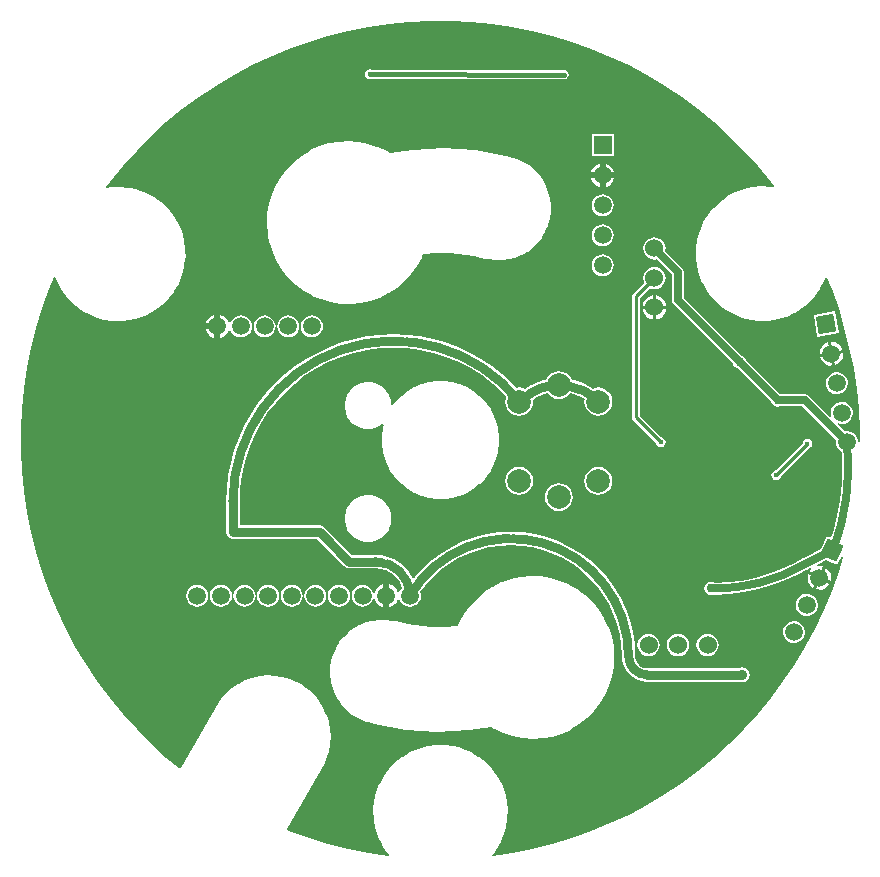
<source format=gbl>
G04*
G04 #@! TF.GenerationSoftware,Altium Limited,Altium Designer,19.1.5 (86)*
G04*
G04 Layer_Physical_Order=2*
G04 Layer_Color=16711680*
%FSLAX25Y25*%
%MOIN*%
G70*
G01*
G75*
%ADD10C,0.01000*%
%ADD60C,0.02500*%
%ADD61C,0.03000*%
%ADD62C,0.01500*%
%ADD64C,0.05906*%
%ADD65C,0.07874*%
%ADD66P,0.08352X4X325.0*%
%ADD67R,0.05906X0.05906*%
%ADD68P,0.08352X4X290.0*%
%ADD69C,0.06000*%
%ADD70C,0.01772*%
%ADD71C,0.03000*%
%ADD72C,0.03500*%
G36*
X169185Y289227D02*
X176014Y288555D01*
X182801Y287548D01*
X189532Y286209D01*
X196188Y284542D01*
X202754Y282550D01*
X209215Y280238D01*
X215555Y277612D01*
X221758Y274678D01*
X227810Y271443D01*
X233696Y267916D01*
X239401Y264103D01*
X244913Y260016D01*
X250217Y255662D01*
X255302Y251054D01*
X260154Y246202D01*
X264762Y241117D01*
X269115Y235813D01*
X270132Y234442D01*
X269868Y234017D01*
X269014Y234174D01*
X268966Y234173D01*
X268919Y234185D01*
X266020Y234321D01*
X265972Y234314D01*
X265925Y234319D01*
X263033Y234067D01*
X262987Y234054D01*
X262939Y234053D01*
X260107Y233418D01*
X260063Y233398D01*
X260015Y233390D01*
X257293Y232383D01*
X257252Y232358D01*
X257206Y232344D01*
X254643Y230982D01*
X254606Y230952D01*
X254562Y230932D01*
X252203Y229240D01*
X252170Y229205D01*
X252130Y229180D01*
X250018Y227189D01*
X249990Y227150D01*
X249953Y227119D01*
X248126Y224864D01*
X248103Y224821D01*
X248071Y224786D01*
X246561Y222307D01*
X246544Y222262D01*
X246517Y222222D01*
X245351Y219564D01*
X245341Y219517D01*
X245319Y219474D01*
X244518Y216685D01*
X244514Y216637D01*
X244498Y216591D01*
X244077Y213720D01*
X244079Y213671D01*
X244070Y213624D01*
X244035Y210722D01*
X244044Y210675D01*
X244041Y210627D01*
X244394Y207746D01*
X244409Y207700D01*
X244412Y207652D01*
X245147Y204844D01*
X245168Y204801D01*
X245177Y204754D01*
X246280Y202069D01*
X246306Y202029D01*
X246322Y201983D01*
X247773Y199470D01*
X247805Y199434D01*
X247826Y199391D01*
X249600Y197093D01*
X249636Y197062D01*
X249663Y197022D01*
X251728Y194981D01*
X251768Y194955D01*
X251800Y194919D01*
X254118Y193173D01*
X254161Y193152D01*
X254198Y193120D01*
X256728Y191699D01*
X256774Y191684D01*
X256814Y191658D01*
X259512Y190586D01*
X259559Y190578D01*
X259603Y190557D01*
X262419Y189856D01*
X262467Y189853D01*
X262513Y189839D01*
X265398Y189519D01*
X265446Y189523D01*
X265493Y189515D01*
X268395Y189583D01*
X268442Y189594D01*
X268490Y189592D01*
X271356Y190047D01*
X271402Y190063D01*
X271449Y190068D01*
X274230Y190901D01*
X274272Y190924D01*
X274319Y190935D01*
X276963Y192131D01*
X277002Y192159D01*
X277047Y192176D01*
X279508Y193716D01*
X279543Y193748D01*
X279586Y193771D01*
X281819Y195625D01*
X281849Y195662D01*
X281888Y195691D01*
X283854Y197826D01*
X283879Y197867D01*
X283914Y197900D01*
X285578Y200278D01*
X285597Y200322D01*
X285627Y200360D01*
X286959Y202939D01*
X286972Y202985D01*
X286997Y203027D01*
X287288Y203844D01*
X287788Y203856D01*
X289338Y200115D01*
X291650Y193655D01*
X293642Y187088D01*
X295309Y180432D01*
X296648Y173702D01*
X297655Y166914D01*
X298327Y160085D01*
X298664Y153231D01*
Y149109D01*
X298164Y149098D01*
X298138Y149696D01*
X297849Y150613D01*
X297332Y151424D01*
X296623Y152074D01*
X295770Y152518D01*
X294830Y152726D01*
X293870Y152684D01*
X293715Y152635D01*
X291378Y154972D01*
X291645Y155412D01*
X292452Y155234D01*
X293413Y155275D01*
X294330Y155565D01*
X295141Y156081D01*
X295791Y156791D01*
X296235Y157644D01*
X296443Y158583D01*
X296401Y159544D01*
X296112Y160461D01*
X295595Y161272D01*
X294886Y161922D01*
X294033Y162366D01*
X293094Y162574D01*
X292133Y162532D01*
X291216Y162243D01*
X290405Y161726D01*
X289755Y161017D01*
X289311Y160164D01*
X289103Y159225D01*
X289145Y158264D01*
X289306Y157751D01*
X288866Y157484D01*
X281844Y164506D01*
X281199Y164937D01*
X280438Y165088D01*
X272384D01*
X272258Y165172D01*
X272110Y165202D01*
X260802Y176510D01*
X260772Y176658D01*
X260286Y177386D01*
X259558Y177872D01*
X259410Y177902D01*
X240088Y197223D01*
Y205885D01*
X239937Y206646D01*
X239506Y207291D01*
X233925Y212872D01*
X234032Y213685D01*
X233905Y214651D01*
X233532Y215551D01*
X232939Y216324D01*
X232166Y216917D01*
X231266Y217290D01*
X230300Y217417D01*
X229334Y217290D01*
X228434Y216917D01*
X227661Y216324D01*
X227068Y215551D01*
X226695Y214651D01*
X226568Y213685D01*
X226695Y212719D01*
X227068Y211819D01*
X227661Y211046D01*
X228434Y210453D01*
X229334Y210080D01*
X230300Y209953D01*
X231113Y210060D01*
X236112Y205062D01*
Y196400D01*
X236263Y195639D01*
X236694Y194994D01*
X256598Y175090D01*
X256628Y174942D01*
X257114Y174214D01*
X257842Y173728D01*
X257990Y173698D01*
X269298Y162390D01*
X269328Y162242D01*
X269814Y161514D01*
X270542Y161028D01*
X271400Y160857D01*
X272258Y161028D01*
X272384Y161112D01*
X279615D01*
X290932Y149795D01*
X290839Y149377D01*
X290881Y148416D01*
X291170Y147499D01*
X291687Y146688D01*
X292396Y146038D01*
X292773Y145842D01*
X292947Y140981D01*
X292747Y135396D01*
X292150Y129840D01*
X291158Y124340D01*
X289776Y118925D01*
X289304Y117509D01*
X288845Y117311D01*
X287759Y117817D01*
X285661Y113317D01*
X280015Y110475D01*
X279699Y110296D01*
X279263Y110065D01*
X279263Y110065D01*
X278830Y109823D01*
X276543Y108542D01*
X272424Y106643D01*
X268167Y105073D01*
X263802Y103841D01*
X259352Y102956D01*
X254847Y102423D01*
X250315Y102245D01*
X250245Y102248D01*
X250058Y102372D01*
X249200Y102543D01*
X248342Y102372D01*
X247614Y101886D01*
X247128Y101158D01*
X246957Y100300D01*
X247128Y99442D01*
X247614Y98714D01*
X248342Y98228D01*
X249200Y98057D01*
X250058Y98228D01*
X250164Y98298D01*
X250315Y98292D01*
X255158Y98482D01*
X259971Y99052D01*
X264724Y99998D01*
X269389Y101313D01*
X273936Y102991D01*
X278338Y105020D01*
X280758Y106375D01*
X280990Y106497D01*
X281024Y106504D01*
X281201Y106607D01*
X281201Y106607D01*
X281878Y106991D01*
X282331Y107219D01*
X282618Y106804D01*
X282246Y106463D01*
X281958Y106010D01*
X285058Y104564D01*
X286504Y107665D01*
X285992Y107826D01*
X284952Y107872D01*
X284573Y107787D01*
X284403Y108262D01*
X287558Y109850D01*
X291293Y108109D01*
X292696Y111118D01*
X293164Y110939D01*
X291650Y105945D01*
X289338Y99485D01*
X286712Y93145D01*
X283778Y86942D01*
X280543Y80890D01*
X277015Y75004D01*
X273203Y69299D01*
X269115Y63787D01*
X264762Y58483D01*
X260154Y53398D01*
X255302Y48546D01*
X250217Y43938D01*
X244913Y39584D01*
X239401Y35497D01*
X233696Y31684D01*
X227810Y28157D01*
X221758Y24922D01*
X215555Y21988D01*
X209215Y19362D01*
X202754Y17050D01*
X196188Y15058D01*
X189532Y13391D01*
X182801Y12052D01*
X176557Y11126D01*
X176298Y11593D01*
X177000Y12422D01*
X177024Y12465D01*
X177057Y12499D01*
X178621Y14943D01*
X178639Y14988D01*
X178667Y15027D01*
X179891Y17658D01*
X179902Y17705D01*
X179925Y17747D01*
X180787Y20517D01*
X180792Y20565D01*
X180809Y20610D01*
X181294Y23471D01*
X181292Y23519D01*
X181303Y23566D01*
X181402Y26466D01*
X181394Y26514D01*
X181399Y26561D01*
X181110Y29449D01*
X181096Y29495D01*
X181094Y29543D01*
X180422Y32366D01*
X180402Y32409D01*
X180394Y32457D01*
X179352Y35165D01*
X179326Y35205D01*
X179312Y35251D01*
X177918Y37796D01*
X177886Y37833D01*
X177866Y37876D01*
X176145Y40212D01*
X176109Y40245D01*
X176083Y40285D01*
X174066Y42371D01*
X174026Y42398D01*
X173995Y42435D01*
X171718Y44232D01*
X171675Y44254D01*
X171639Y44286D01*
X169142Y45764D01*
X169096Y45780D01*
X169056Y45807D01*
X166385Y46939D01*
X166338Y46948D01*
X166295Y46970D01*
X163496Y47735D01*
X163447Y47738D01*
X163402Y47754D01*
X160526Y48138D01*
X160478Y48136D01*
X160431Y48145D01*
X157529Y48142D01*
X157482Y48133D01*
X157434Y48136D01*
X154559Y47747D01*
X154513Y47731D01*
X154465Y47727D01*
X151667Y46958D01*
X151624Y46936D01*
X151577Y46926D01*
X148907Y45791D01*
X148867Y45763D01*
X148822Y45747D01*
X146327Y44265D01*
X146292Y44233D01*
X146249Y44211D01*
X143974Y42410D01*
X143943Y42373D01*
X143904Y42346D01*
X141890Y40257D01*
X141864Y40216D01*
X141828Y40184D01*
X140111Y37845D01*
X140090Y37802D01*
X140060Y37765D01*
X138670Y35218D01*
X138655Y35172D01*
X138630Y35131D01*
X137592Y32421D01*
X137584Y32374D01*
X137564Y32330D01*
X136897Y29506D01*
X136895Y29458D01*
X136881Y29412D01*
X136597Y26524D01*
X136601Y26477D01*
X136594Y26429D01*
X136697Y23529D01*
X136708Y23483D01*
X136707Y23434D01*
X137196Y20574D01*
X137213Y20529D01*
X137218Y20482D01*
X138085Y17712D01*
X138108Y17670D01*
X138119Y17623D01*
X139348Y14995D01*
X139376Y14956D01*
X139394Y14911D01*
X140962Y12470D01*
X140995Y12435D01*
X141018Y12393D01*
X141727Y11560D01*
X141467Y11093D01*
X134999Y12052D01*
X128268Y13391D01*
X121612Y15058D01*
X115045Y17050D01*
X108584Y19362D01*
X107865Y19660D01*
X107703Y20133D01*
X120368Y42220D01*
X120384Y42267D01*
X120391Y42276D01*
X120907Y43381D01*
X120918Y43424D01*
X120940Y43463D01*
X121692Y45782D01*
X121697Y45826D01*
X121714Y45868D01*
X122174Y48262D01*
X122174Y48307D01*
X122185Y48350D01*
X122346Y50783D01*
X122341Y50827D01*
X122347Y50871D01*
X122207Y53305D01*
X122195Y53348D01*
X122196Y53393D01*
X121757Y55791D01*
X121740Y55833D01*
X121736Y55877D01*
X121003Y58203D01*
X120982Y58242D01*
X120972Y58285D01*
X119958Y60503D01*
X119932Y60539D01*
X119917Y60581D01*
X118637Y62656D01*
X118607Y62689D01*
X118586Y62728D01*
X117061Y64630D01*
X117027Y64659D01*
X117001Y64696D01*
X115252Y66395D01*
X115215Y66419D01*
X115185Y66452D01*
X113240Y67923D01*
X113200Y67942D01*
X113167Y67971D01*
X111055Y69191D01*
X111013Y69205D01*
X110976Y69230D01*
X108730Y70179D01*
X108687Y70188D01*
X108647Y70209D01*
X106301Y70873D01*
X106257Y70877D01*
X106215Y70892D01*
X103805Y71263D01*
X103760Y71260D01*
X103717Y71271D01*
X101280Y71341D01*
X101236Y71333D01*
X101191Y71338D01*
X98764Y71106D01*
X98721Y71094D01*
X98677Y71093D01*
X96297Y70564D01*
X96256Y70546D01*
X96212Y70539D01*
X93915Y69721D01*
X93877Y69698D01*
X93834Y69686D01*
X91656Y68590D01*
X91620Y68563D01*
X91579Y68546D01*
X89553Y67190D01*
X89521Y67158D01*
X89483Y67136D01*
X87639Y65540D01*
X87612Y65505D01*
X87576Y65478D01*
X85944Y63667D01*
X85921Y63629D01*
X85889Y63598D01*
X85190Y62599D01*
X85166Y62542D01*
X85129Y62492D01*
X85125Y62476D01*
X85116Y62463D01*
X85114Y62452D01*
X72439Y40445D01*
X71947Y40356D01*
X67583Y43938D01*
X62498Y48546D01*
X57646Y53398D01*
X53038Y58483D01*
X48684Y63787D01*
X44597Y69299D01*
X40784Y75004D01*
X37257Y80890D01*
X34022Y86942D01*
X31088Y93145D01*
X28462Y99485D01*
X26150Y105945D01*
X24158Y112512D01*
X22491Y119168D01*
X21152Y125899D01*
X20145Y132686D01*
X19473Y139515D01*
X19136Y146369D01*
Y149800D01*
Y153231D01*
X19473Y160085D01*
X20145Y166914D01*
X21152Y173702D01*
X22491Y180432D01*
X24158Y187088D01*
X26150Y193655D01*
X28462Y200115D01*
X30106Y204084D01*
X30606Y204072D01*
X31018Y202916D01*
X31043Y202875D01*
X31056Y202829D01*
X32388Y200250D01*
X32418Y200212D01*
X32437Y200168D01*
X34101Y197790D01*
X34135Y197757D01*
X34161Y197715D01*
X36127Y195580D01*
X36166Y195552D01*
X36196Y195515D01*
X38429Y193661D01*
X38472Y193638D01*
X38507Y193605D01*
X40968Y192066D01*
X41013Y192049D01*
X41052Y192021D01*
X43696Y190824D01*
X43743Y190814D01*
X43785Y190791D01*
X46566Y189958D01*
X46613Y189953D01*
X46659Y189936D01*
X49525Y189482D01*
X49573Y189483D01*
X49620Y189473D01*
X52522Y189405D01*
X52569Y189413D01*
X52617Y189409D01*
X55502Y189728D01*
X55548Y189743D01*
X55596Y189745D01*
X58412Y190447D01*
X58456Y190468D01*
X58503Y190476D01*
X61201Y191547D01*
X61241Y191574D01*
X61287Y191588D01*
X63817Y193010D01*
X63854Y193041D01*
X63897Y193062D01*
X66215Y194809D01*
X66247Y194845D01*
X66287Y194871D01*
X68352Y196911D01*
X68379Y196951D01*
X68415Y196983D01*
X70189Y199280D01*
X70210Y199323D01*
X70242Y199360D01*
X71693Y201873D01*
X71709Y201919D01*
X71735Y201959D01*
X72838Y204644D01*
X72847Y204691D01*
X72868Y204734D01*
X73603Y207542D01*
X73606Y207590D01*
X73621Y207636D01*
X73974Y210517D01*
X73971Y210565D01*
X73980Y210612D01*
X73945Y213514D01*
X73936Y213561D01*
X73938Y213609D01*
X73517Y216481D01*
X73501Y216526D01*
X73497Y216574D01*
X72696Y219364D01*
X72674Y219407D01*
X72664Y219454D01*
X71498Y222112D01*
X71471Y222151D01*
X71454Y222197D01*
X69944Y224675D01*
X69912Y224711D01*
X69889Y224753D01*
X68062Y227009D01*
X68025Y227039D01*
X67997Y227079D01*
X65885Y229070D01*
X65845Y229095D01*
X65812Y229130D01*
X63453Y230822D01*
X63409Y230842D01*
X63372Y230872D01*
X60809Y232234D01*
X60763Y232248D01*
X60722Y232273D01*
X58000Y233280D01*
X57952Y233288D01*
X57908Y233307D01*
X55076Y233943D01*
X55028Y233944D01*
X54982Y233957D01*
X52090Y234209D01*
X52043Y234204D01*
X51995Y234211D01*
X49096Y234074D01*
X49049Y234063D01*
X49001Y234063D01*
X47804Y233844D01*
X47539Y234269D01*
X48684Y235813D01*
X53038Y241117D01*
X57646Y246202D01*
X62498Y251054D01*
X67583Y255662D01*
X72887Y260016D01*
X78399Y264103D01*
X84104Y267916D01*
X89990Y271443D01*
X96042Y274678D01*
X102245Y277612D01*
X108584Y280238D01*
X115045Y282550D01*
X121612Y284542D01*
X128268Y286209D01*
X134999Y287548D01*
X141786Y288555D01*
X148615Y289227D01*
X155469Y289564D01*
X162331D01*
X169185Y289227D01*
D02*
G37*
%LPC*%
G36*
X135445Y273317D02*
X134826Y273194D01*
X134301Y272843D01*
X133951Y272319D01*
X133828Y271700D01*
X133951Y271081D01*
X134301Y270557D01*
X134826Y270206D01*
X135445Y270083D01*
X136064Y270206D01*
X136085Y270221D01*
X199457Y270123D01*
X199481Y270106D01*
X200100Y269983D01*
X200719Y270106D01*
X201243Y270457D01*
X201594Y270981D01*
X201717Y271600D01*
X201594Y272219D01*
X201243Y272743D01*
X200719Y273094D01*
X200100Y273217D01*
X199481Y273094D01*
X199460Y273079D01*
X136088Y273177D01*
X136064Y273194D01*
X135445Y273317D01*
D02*
G37*
G36*
X128262Y249436D02*
X125044Y249249D01*
X125001Y249238D01*
X124957Y249239D01*
X121785Y248662D01*
X121744Y248645D01*
X121701Y248641D01*
X118623Y247681D01*
X118584Y247660D01*
X118541Y247651D01*
X115603Y246324D01*
X115567Y246298D01*
X115526Y246283D01*
X112771Y244608D01*
X112739Y244578D01*
X112699Y244558D01*
X110169Y242561D01*
X110140Y242527D01*
X110104Y242502D01*
X107836Y240211D01*
X107811Y240175D01*
X107778Y240146D01*
X105806Y237596D01*
X105786Y237556D01*
X105757Y237524D01*
X104110Y234752D01*
X104095Y234711D01*
X104070Y234675D01*
X102772Y231723D01*
X102763Y231680D01*
X102742Y231641D01*
X101814Y228554D01*
X101810Y228510D01*
X101794Y228469D01*
X101248Y225291D01*
X101250Y225247D01*
X101239Y225205D01*
X101084Y221984D01*
X101091Y221941D01*
X101086Y221897D01*
X101324Y218682D01*
X101336Y218640D01*
Y218596D01*
X101965Y215433D01*
X101981Y215393D01*
X101987Y215349D01*
X102996Y212287D01*
X103017Y212249D01*
X103028Y212206D01*
X104402Y209290D01*
X104429Y209254D01*
X104444Y209213D01*
X106164Y206486D01*
X106194Y206454D01*
X106214Y206415D01*
X108253Y203917D01*
X108287Y203889D01*
X108312Y203853D01*
X110640Y201622D01*
X110677Y201599D01*
X110706Y201566D01*
X113288Y199635D01*
X113328Y199616D01*
X113361Y199587D01*
X116159Y197985D01*
X116200Y197971D01*
X116237Y197947D01*
X119209Y196697D01*
X119252Y196688D01*
X119291Y196668D01*
X122393Y195790D01*
X122437Y195787D01*
X122478Y195772D01*
X125664Y195278D01*
X125708Y195280D01*
X125751Y195270D01*
X128974Y195167D01*
X129017Y195174D01*
X129061Y195170D01*
X132272Y195461D01*
X132314Y195473D01*
X132358Y195474D01*
X135509Y196153D01*
X135550Y196171D01*
X135593Y196177D01*
X138639Y197235D01*
X138677Y197258D01*
X138719Y197269D01*
X141613Y198690D01*
X141648Y198717D01*
X141689Y198733D01*
X144388Y200497D01*
X144419Y200527D01*
X144458Y200549D01*
X146922Y202627D01*
X146950Y202662D01*
X146985Y202688D01*
X149178Y205051D01*
X149201Y205088D01*
X149233Y205118D01*
X151122Y207731D01*
X151140Y207771D01*
X151169Y207805D01*
X152725Y210628D01*
X152739Y210670D01*
X152763Y210707D01*
X153200Y211797D01*
X154093Y211877D01*
X156752Y212030D01*
X159411Y212069D01*
X162070Y211995D01*
X164723Y211807D01*
X167366Y211506D01*
X169993Y211092D01*
X172603Y210566D01*
X173893Y210263D01*
X174933Y209991D01*
X174980Y209989D01*
X175024Y209974D01*
X177174Y209701D01*
X177221Y209704D01*
X177266Y209695D01*
X179434Y209702D01*
X179479Y209711D01*
X179526Y209708D01*
X181674Y209995D01*
X181718Y210010D01*
X181765Y210013D01*
X183858Y210574D01*
X183900Y210594D01*
X183946Y210603D01*
X185950Y211430D01*
X185988Y211455D01*
X186032Y211470D01*
X187913Y212548D01*
X187948Y212579D01*
X187990Y212599D01*
X189715Y213911D01*
X189746Y213946D01*
X189785Y213971D01*
X191327Y215495D01*
X191353Y215533D01*
X191388Y215564D01*
X192721Y217273D01*
X192742Y217315D01*
X192773Y217349D01*
X193874Y219216D01*
X193889Y219260D01*
X193915Y219299D01*
X194766Y221292D01*
X194776Y221338D01*
X194797Y221379D01*
X195384Y223466D01*
X195387Y223512D01*
X195403Y223556D01*
X195716Y225701D01*
X195713Y225747D01*
X195723Y225793D01*
X195756Y227960D01*
X195748Y228006D01*
X195752Y228052D01*
X195505Y230206D01*
X195491Y230250D01*
X195489Y230296D01*
X194966Y232400D01*
X194947Y232442D01*
X194939Y232488D01*
X194149Y234507D01*
X194124Y234546D01*
X194110Y234590D01*
X193067Y236490D01*
X193037Y236526D01*
X193017Y236568D01*
X191738Y238318D01*
X191704Y238349D01*
X191679Y238388D01*
X190184Y239958D01*
X190146Y239985D01*
X190117Y240021D01*
X188432Y241385D01*
X188391Y241407D01*
X188357Y241438D01*
X186510Y242573D01*
X186467Y242590D01*
X186429Y242617D01*
X184451Y243504D01*
X184406Y243515D01*
X184365Y243537D01*
X183438Y243816D01*
X183399Y243842D01*
X183350Y243852D01*
X183304Y243874D01*
X183304D01*
X180798Y244521D01*
X180779Y244522D01*
X180761Y244530D01*
X175686Y245554D01*
X175666Y245554D01*
X175648Y245561D01*
X170525Y246311D01*
X170506Y246310D01*
X170487Y246316D01*
X165332Y246791D01*
X165312Y246788D01*
X165294Y246793D01*
X160120Y246990D01*
X160101Y246988D01*
X160082Y246991D01*
X154905Y246911D01*
X154886Y246907D01*
X154867Y246909D01*
X149702Y246551D01*
X149683Y246546D01*
X149664Y246548D01*
X144525Y245914D01*
X144507Y245907D01*
X144487Y245908D01*
X142207Y245501D01*
X141067Y246204D01*
X141025Y246219D01*
X140990Y246245D01*
X138060Y247590D01*
X138017Y247601D01*
X137978Y247622D01*
X134906Y248600D01*
X134863Y248605D01*
X134822Y248621D01*
X131653Y249218D01*
X131609Y249218D01*
X131567Y249229D01*
X128349Y249436D01*
X128306Y249430D01*
X128262Y249436D01*
D02*
G37*
G36*
X216653Y251684D02*
X209347D01*
Y244379D01*
X216653D01*
Y251684D01*
D02*
G37*
G36*
X214000Y241887D02*
Y239032D01*
X216855D01*
X216851Y239063D01*
X216453Y240025D01*
X215819Y240851D01*
X214993Y241484D01*
X214032Y241882D01*
X214000Y241887D01*
D02*
G37*
G36*
X212000D02*
X211968Y241882D01*
X211007Y241484D01*
X210181Y240851D01*
X209547Y240025D01*
X209149Y239063D01*
X209145Y239032D01*
X212000D01*
Y241887D01*
D02*
G37*
G36*
X216855Y237032D02*
X214000D01*
Y234176D01*
X214032Y234180D01*
X214993Y234579D01*
X215819Y235212D01*
X216453Y236038D01*
X216851Y237000D01*
X216855Y237032D01*
D02*
G37*
G36*
X212000D02*
X209145D01*
X209149Y237000D01*
X209547Y236038D01*
X210181Y235212D01*
X211007Y234579D01*
X211968Y234180D01*
X212000Y234176D01*
Y237032D01*
D02*
G37*
G36*
X213000Y231716D02*
X212046Y231590D01*
X211158Y231222D01*
X210395Y230637D01*
X209809Y229874D01*
X209441Y228985D01*
X209316Y228031D01*
X209441Y227078D01*
X209809Y226189D01*
X210395Y225426D01*
X211158Y224841D01*
X212046Y224473D01*
X213000Y224347D01*
X213954Y224473D01*
X214842Y224841D01*
X215605Y225426D01*
X216191Y226189D01*
X216559Y227078D01*
X216684Y228031D01*
X216559Y228985D01*
X216191Y229874D01*
X215605Y230637D01*
X214842Y231222D01*
X213954Y231590D01*
X213000Y231716D01*
D02*
G37*
G36*
Y221716D02*
X212046Y221590D01*
X211158Y221222D01*
X210395Y220637D01*
X209809Y219874D01*
X209441Y218985D01*
X209316Y218032D01*
X209441Y217078D01*
X209809Y216189D01*
X210395Y215426D01*
X211158Y214841D01*
X212046Y214473D01*
X213000Y214347D01*
X213954Y214473D01*
X214842Y214841D01*
X215605Y215426D01*
X216191Y216189D01*
X216559Y217078D01*
X216684Y218032D01*
X216559Y218985D01*
X216191Y219874D01*
X215605Y220637D01*
X214842Y221222D01*
X213954Y221590D01*
X213000Y221716D01*
D02*
G37*
G36*
Y211716D02*
X212046Y211590D01*
X211158Y211222D01*
X210395Y210637D01*
X209809Y209874D01*
X209441Y208985D01*
X209316Y208032D01*
X209441Y207078D01*
X209809Y206189D01*
X210395Y205426D01*
X211158Y204841D01*
X212046Y204473D01*
X213000Y204347D01*
X213954Y204473D01*
X214842Y204841D01*
X215605Y205426D01*
X216191Y206189D01*
X216559Y207078D01*
X216684Y208032D01*
X216559Y208985D01*
X216191Y209874D01*
X215605Y210637D01*
X214842Y211222D01*
X213954Y211590D01*
X213000Y211716D01*
D02*
G37*
G36*
X230300Y207575D02*
X229334Y207447D01*
X228434Y207074D01*
X227661Y206482D01*
X227068Y205709D01*
X226695Y204808D01*
X226568Y203843D01*
X226695Y202877D01*
X226961Y202234D01*
X223235Y198508D01*
X222970Y198111D01*
X222877Y197643D01*
Y157400D01*
X222970Y156932D01*
X223235Y156535D01*
X230811Y148958D01*
X230906Y148481D01*
X231257Y147957D01*
X231781Y147606D01*
X232400Y147483D01*
X233019Y147606D01*
X233543Y147957D01*
X233894Y148481D01*
X234017Y149100D01*
X233894Y149719D01*
X233543Y150243D01*
X233019Y150594D01*
X232542Y150689D01*
X225324Y157907D01*
Y197136D01*
X228692Y200504D01*
X229334Y200238D01*
X230300Y200111D01*
X231266Y200238D01*
X232166Y200611D01*
X232939Y201204D01*
X233532Y201977D01*
X233905Y202877D01*
X234032Y203843D01*
X233905Y204808D01*
X233532Y205709D01*
X232939Y206482D01*
X232166Y207074D01*
X231266Y207447D01*
X230300Y207575D01*
D02*
G37*
G36*
X230800Y197969D02*
Y194500D01*
X234269D01*
X234197Y195044D01*
X233794Y196017D01*
X233153Y196853D01*
X232317Y197494D01*
X231344Y197897D01*
X230800Y197969D01*
D02*
G37*
G36*
X229800D02*
X229256Y197897D01*
X228283Y197494D01*
X227447Y196853D01*
X226806Y196017D01*
X226403Y195044D01*
X226331Y194500D01*
X229800D01*
Y197969D01*
D02*
G37*
G36*
X234269Y193500D02*
X230800D01*
Y190031D01*
X231344Y190103D01*
X232317Y190506D01*
X233153Y191147D01*
X233794Y191983D01*
X234197Y192956D01*
X234269Y193500D01*
D02*
G37*
G36*
X229800D02*
X226331D01*
X226403Y192956D01*
X226806Y191983D01*
X227447Y191147D01*
X228283Y190506D01*
X229256Y190103D01*
X229800Y190031D01*
Y193500D01*
D02*
G37*
G36*
X83593Y191519D02*
X83561Y191515D01*
X82600Y191116D01*
X81774Y190483D01*
X81140Y189657D01*
X80742Y188696D01*
X80738Y188664D01*
X83593D01*
Y191519D01*
D02*
G37*
G36*
X290527Y192680D02*
X283332Y191411D01*
X284601Y184216D01*
X291795Y185485D01*
X290527Y192680D01*
D02*
G37*
G36*
X116089Y191348D02*
X115136Y191223D01*
X114247Y190854D01*
X113484Y190269D01*
X112898Y189506D01*
X112530Y188617D01*
X112405Y187664D01*
X112530Y186710D01*
X112898Y185822D01*
X113484Y185059D01*
X114247Y184473D01*
X115136Y184105D01*
X116089Y183979D01*
X117043Y184105D01*
X117931Y184473D01*
X118694Y185059D01*
X119280Y185822D01*
X119648Y186710D01*
X119773Y187664D01*
X119648Y188617D01*
X119280Y189506D01*
X118694Y190269D01*
X117931Y190854D01*
X117043Y191223D01*
X116089Y191348D01*
D02*
G37*
G36*
X108215D02*
X107262Y191223D01*
X106373Y190854D01*
X105610Y190269D01*
X105024Y189506D01*
X104656Y188617D01*
X104531Y187664D01*
X104656Y186710D01*
X105024Y185822D01*
X105610Y185059D01*
X106373Y184473D01*
X107262Y184105D01*
X108215Y183979D01*
X109169Y184105D01*
X110057Y184473D01*
X110820Y185059D01*
X111406Y185822D01*
X111774Y186710D01*
X111899Y187664D01*
X111774Y188617D01*
X111406Y189506D01*
X110820Y190269D01*
X110057Y190854D01*
X109169Y191223D01*
X108215Y191348D01*
D02*
G37*
G36*
X100341D02*
X99388Y191223D01*
X98499Y190854D01*
X97736Y190269D01*
X97150Y189506D01*
X96782Y188617D01*
X96657Y187664D01*
X96782Y186710D01*
X97150Y185822D01*
X97736Y185059D01*
X98499Y184473D01*
X99388Y184105D01*
X100341Y183979D01*
X101295Y184105D01*
X102183Y184473D01*
X102946Y185059D01*
X103532Y185822D01*
X103900Y186710D01*
X104025Y187664D01*
X103900Y188617D01*
X103532Y189506D01*
X102946Y190269D01*
X102183Y190854D01*
X101295Y191223D01*
X100341Y191348D01*
D02*
G37*
G36*
X85593Y191519D02*
Y187664D01*
Y183809D01*
X85625Y183813D01*
X86586Y184211D01*
X87412Y184845D01*
X88046Y185670D01*
X88434Y186608D01*
X88568Y186642D01*
X88946Y186618D01*
X89276Y185822D01*
X89862Y185059D01*
X90625Y184473D01*
X91513Y184105D01*
X92467Y183979D01*
X93421Y184105D01*
X94309Y184473D01*
X95072Y185059D01*
X95658Y185822D01*
X96026Y186710D01*
X96151Y187664D01*
X96026Y188617D01*
X95658Y189506D01*
X95072Y190269D01*
X94309Y190854D01*
X93421Y191223D01*
X92467Y191348D01*
X91513Y191223D01*
X90625Y190854D01*
X89862Y190269D01*
X89276Y189506D01*
X88946Y188710D01*
X88568Y188686D01*
X88434Y188720D01*
X88046Y189657D01*
X87412Y190483D01*
X86586Y191116D01*
X85625Y191515D01*
X85593Y191519D01*
D02*
G37*
G36*
X83593Y186664D02*
X80738D01*
X80742Y186632D01*
X81140Y185670D01*
X81774Y184845D01*
X82600Y184211D01*
X83561Y183813D01*
X83593Y183809D01*
Y186664D01*
D02*
G37*
G36*
X289648Y182572D02*
X289111Y182548D01*
X289706Y179179D01*
X293075Y179773D01*
X292913Y180285D01*
X292354Y181163D01*
X291587Y181866D01*
X290664Y182346D01*
X289648Y182572D01*
D02*
G37*
G36*
X288127Y182375D02*
X287615Y182213D01*
X286737Y181654D01*
X286034Y180887D01*
X285554Y179964D01*
X285328Y178947D01*
X285352Y178411D01*
X288721Y179006D01*
X288127Y182375D01*
D02*
G37*
G36*
X293248Y178788D02*
X289879Y178194D01*
X290473Y174825D01*
X290985Y174987D01*
X291863Y175546D01*
X292566Y176313D01*
X293046Y177236D01*
X293272Y178252D01*
X293248Y178788D01*
D02*
G37*
G36*
X288894Y178021D02*
X285525Y177427D01*
X285687Y176915D01*
X286246Y176037D01*
X287013Y175334D01*
X287936Y174854D01*
X288952Y174628D01*
X289489Y174652D01*
X288894Y178021D01*
D02*
G37*
G36*
X160237Y169404D02*
X157760D01*
X157714Y169394D01*
X157667Y169397D01*
X155211Y169074D01*
X155166Y169059D01*
X155119Y169056D01*
X152726Y168415D01*
X152684Y168394D01*
X152638Y168385D01*
X150349Y167437D01*
X150310Y167411D01*
X150265Y167395D01*
X148120Y166157D01*
X148085Y166126D01*
X148043Y166105D01*
X146077Y164597D01*
X146046Y164561D01*
X146007Y164535D01*
X144255Y162784D01*
X144229Y162744D01*
X144194Y162713D01*
X143130Y161327D01*
X142630Y161496D01*
Y161985D01*
X142616Y162054D01*
Y162125D01*
X142344Y163494D01*
X142317Y163559D01*
X142303Y163628D01*
X141769Y164917D01*
X141730Y164976D01*
X141703Y165041D01*
X140927Y166201D01*
X140878Y166251D01*
X140839Y166309D01*
X139851Y167297D01*
X139793Y167336D01*
X139743Y167385D01*
X138583Y168161D01*
X138518Y168188D01*
X138459Y168227D01*
X137170Y168761D01*
X137101Y168775D01*
X137036Y168802D01*
X135667Y169074D01*
X135596D01*
X135527Y169088D01*
X134131D01*
X134062Y169074D01*
X133992D01*
X132623Y168802D01*
X132558Y168775D01*
X132489Y168761D01*
X131200Y168227D01*
X131141Y168188D01*
X131076Y168161D01*
X129915Y167385D01*
X129866Y167336D01*
X129807Y167297D01*
X128820Y166309D01*
X128781Y166251D01*
X128731Y166201D01*
X127956Y165041D01*
X127929Y164976D01*
X127890Y164917D01*
X127356Y163628D01*
X127342Y163559D01*
X127315Y163494D01*
X127043Y162125D01*
Y162054D01*
X127029Y161985D01*
Y160589D01*
X127043Y160521D01*
Y160450D01*
X127315Y159081D01*
X127342Y159016D01*
X127356Y158947D01*
X127890Y157658D01*
X127929Y157599D01*
X127956Y157534D01*
X128731Y156373D01*
X128781Y156324D01*
X128820Y156265D01*
X129807Y155278D01*
X129866Y155239D01*
X129915Y155189D01*
X131076Y154414D01*
X131141Y154387D01*
X131200Y154348D01*
X132489Y153814D01*
X132558Y153800D01*
X132623Y153773D01*
X133992Y153501D01*
X134063D01*
X134131Y153487D01*
X135527D01*
X135596Y153501D01*
X135667D01*
X137036Y153773D01*
X137101Y153800D01*
X137170Y153814D01*
X138459Y154348D01*
X138518Y154387D01*
X138583Y154414D01*
X139598Y155092D01*
X140036Y154796D01*
X139735Y153672D01*
X139732Y153624D01*
X139716Y153580D01*
X139393Y151124D01*
X139396Y151077D01*
X139387Y151031D01*
Y148554D01*
X139396Y148507D01*
X139393Y148460D01*
X139716Y146004D01*
X139732Y145960D01*
X139735Y145913D01*
X140376Y143520D01*
X140397Y143478D01*
X140406Y143431D01*
X141354Y141143D01*
X141380Y141104D01*
X141395Y141059D01*
X142634Y138914D01*
X142665Y138878D01*
X142686Y138836D01*
X144194Y136871D01*
X144229Y136840D01*
X144255Y136801D01*
X146007Y135049D01*
X146046Y135023D01*
X146077Y134987D01*
X148043Y133479D01*
X148085Y133459D01*
X148120Y133428D01*
X150265Y132189D01*
X150310Y132174D01*
X150349Y132148D01*
X152638Y131200D01*
X152684Y131190D01*
X152726Y131170D01*
X155119Y130528D01*
X155166Y130525D01*
X155211Y130510D01*
X157667Y130187D01*
X157714Y130190D01*
X157760Y130181D01*
X160237D01*
X160283Y130190D01*
X160330Y130187D01*
X162786Y130510D01*
X162831Y130525D01*
X162878Y130528D01*
X165271Y131170D01*
X165313Y131190D01*
X165359Y131200D01*
X167648Y132148D01*
X167687Y132174D01*
X167731Y132189D01*
X169877Y133428D01*
X169912Y133459D01*
X169954Y133479D01*
X171920Y134987D01*
X171951Y135023D01*
X171990Y135049D01*
X173742Y136801D01*
X173768Y136840D01*
X173803Y136871D01*
X175311Y138836D01*
X175332Y138878D01*
X175363Y138914D01*
X176602Y141059D01*
X176617Y141104D01*
X176643Y141143D01*
X177591Y143431D01*
X177600Y143478D01*
X177621Y143520D01*
X178262Y145913D01*
X178265Y145960D01*
X178280Y146004D01*
X178604Y148460D01*
X178601Y148507D01*
X178610Y148554D01*
Y151031D01*
X178601Y151077D01*
X178604Y151124D01*
X178280Y153580D01*
X178265Y153624D01*
X178262Y153672D01*
X177621Y156064D01*
X177600Y156106D01*
X177591Y156153D01*
X176643Y158441D01*
X176617Y158481D01*
X176602Y158525D01*
X175363Y160670D01*
X175332Y160706D01*
X175311Y160748D01*
X173803Y162713D01*
X173768Y162744D01*
X173742Y162784D01*
X171990Y164535D01*
X171951Y164561D01*
X171920Y164597D01*
X169954Y166105D01*
X169912Y166126D01*
X169877Y166157D01*
X167731Y167395D01*
X167687Y167411D01*
X167648Y167437D01*
X165359Y168385D01*
X165313Y168394D01*
X165271Y168415D01*
X162878Y169056D01*
X162831Y169059D01*
X162786Y169074D01*
X160330Y169397D01*
X160283Y169394D01*
X160237Y169404D01*
D02*
G37*
G36*
X291357Y172422D02*
X290397Y172380D01*
X289479Y172091D01*
X288668Y171574D01*
X288018Y170865D01*
X287574Y170012D01*
X287366Y169073D01*
X287408Y168112D01*
X287697Y167195D01*
X288214Y166384D01*
X288923Y165734D01*
X289776Y165290D01*
X290715Y165082D01*
X291676Y165124D01*
X292593Y165413D01*
X293405Y165930D01*
X294054Y166639D01*
X294498Y167492D01*
X294707Y168431D01*
X294665Y169392D01*
X294375Y170309D01*
X293859Y171120D01*
X293150Y171770D01*
X292297Y172214D01*
X291357Y172422D01*
D02*
G37*
G36*
X143343Y185036D02*
X138966Y184864D01*
X134616Y184349D01*
X130320Y183494D01*
X126104Y182305D01*
X121994Y180789D01*
X118016Y178955D01*
X114195Y176815D01*
X110552Y174382D01*
X107112Y171670D01*
X103896Y168696D01*
X100923Y165480D01*
X98211Y162040D01*
X95777Y158398D01*
X93637Y154576D01*
X91803Y150598D01*
X90287Y146488D01*
X89098Y142273D01*
X88243Y137977D01*
X87728Y133626D01*
X87568Y129541D01*
X87559Y129496D01*
X87559Y129496D01*
X87557Y129486D01*
X87557Y129485D01*
X87557Y129485D01*
X87557Y129302D01*
X87556Y129250D01*
X87557Y129247D01*
X87557Y128996D01*
Y119100D01*
X87728Y118242D01*
X88214Y117514D01*
X88942Y117028D01*
X89800Y116857D01*
X117771D01*
X126977Y107651D01*
X127704Y107165D01*
X128563Y106994D01*
X137429D01*
X137554Y107019D01*
X139210Y106856D01*
X140923Y106336D01*
X142502Y105492D01*
X143886Y104357D01*
X145021Y102973D01*
X145865Y101394D01*
X146142Y100481D01*
X145575Y99742D01*
X145246Y98946D01*
X144867Y98922D01*
X144733Y98956D01*
X144345Y99893D01*
X143711Y100719D01*
X142886Y101353D01*
X141924Y101751D01*
X141892Y101755D01*
Y97900D01*
Y94045D01*
X141924Y94049D01*
X142886Y94447D01*
X143711Y95081D01*
X144345Y95907D01*
X144733Y96844D01*
X144867Y96878D01*
X145246Y96854D01*
X145575Y96058D01*
X146161Y95295D01*
X146924Y94709D01*
X147813Y94341D01*
X148766Y94216D01*
X149720Y94341D01*
X150608Y94709D01*
X151371Y95295D01*
X151957Y96058D01*
X152325Y96946D01*
X152451Y97900D01*
X152325Y98854D01*
X152224Y99097D01*
X153780Y101196D01*
X156222Y103890D01*
X158915Y106331D01*
X161835Y108496D01*
X164953Y110365D01*
X168239Y111919D01*
X171662Y113144D01*
X175188Y114027D01*
X178784Y114561D01*
X182415Y114739D01*
X186046Y114561D01*
X189642Y114027D01*
X193168Y113144D01*
X196591Y111919D01*
X199877Y110365D01*
X202995Y108496D01*
X205915Y106331D01*
X208608Y103890D01*
X211049Y101196D01*
X213215Y98276D01*
X215084Y95158D01*
X216638Y91872D01*
X217863Y88449D01*
X218746Y84923D01*
X219279Y81327D01*
X219433Y78193D01*
X219421Y77743D01*
X219420Y77737D01*
X219420D01*
X219420Y77696D01*
X219420D01*
X219430Y77646D01*
X219474Y77217D01*
X219585Y76083D01*
X220068Y74493D01*
X220851Y73027D01*
X221905Y71742D01*
X223190Y70688D01*
X224656Y69905D01*
X226246Y69422D01*
X227877Y69261D01*
X227900Y69257D01*
X258547D01*
X258644Y69192D01*
X259600Y69002D01*
X260556Y69192D01*
X261366Y69734D01*
X261908Y70544D01*
X262098Y71500D01*
X261908Y72456D01*
X261366Y73266D01*
X260556Y73808D01*
X259600Y73998D01*
X258644Y73808D01*
X258547Y73743D01*
X227900D01*
X227817Y73726D01*
X226859Y73853D01*
X225889Y74254D01*
X225057Y74893D01*
X224417Y75726D01*
X224016Y76696D01*
X223948Y77211D01*
X223913Y77696D01*
X223889Y78189D01*
X223713Y81764D01*
X223116Y85792D01*
X222126Y89743D01*
X220754Y93577D01*
X219013Y97259D01*
X216919Y100751D01*
X214493Y104023D01*
X211759Y107040D01*
X208741Y109775D01*
X205470Y112201D01*
X201977Y114295D01*
X198296Y116036D01*
X194461Y117408D01*
X190511Y118397D01*
X186483Y118995D01*
X182415Y119195D01*
X178347Y118995D01*
X174319Y118397D01*
X170369Y117408D01*
X166534Y116036D01*
X162853Y114295D01*
X159360Y112201D01*
X156089Y109775D01*
X153071Y107040D01*
X150336Y104023D01*
X150131Y103746D01*
X149635Y103807D01*
X149528Y104065D01*
X148415Y105882D01*
X147031Y107502D01*
X145411Y108886D01*
X143594Y109999D01*
X141625Y110814D01*
X139553Y111312D01*
X137439Y111478D01*
X137429Y111480D01*
X129492D01*
X120286Y120686D01*
X119558Y121172D01*
X118700Y121343D01*
X92043D01*
Y129486D01*
X92017Y129618D01*
X92196Y133724D01*
X92781Y138165D01*
X93750Y142538D01*
X95097Y146810D01*
X96811Y150948D01*
X98879Y154921D01*
X101286Y158698D01*
X104012Y162252D01*
X107038Y165554D01*
X110341Y168580D01*
X113894Y171307D01*
X117672Y173713D01*
X121645Y175781D01*
X125783Y177495D01*
X130054Y178842D01*
X134427Y179812D01*
X138868Y180396D01*
X143343Y180592D01*
X147817Y180396D01*
X152258Y179812D01*
X156631Y178842D01*
X160903Y177495D01*
X165041Y175781D01*
X169014Y173713D01*
X172791Y171307D01*
X176345Y168580D01*
X179647Y165554D01*
X180830Y164263D01*
X180654Y163839D01*
X180495Y162628D01*
X180654Y161418D01*
X181121Y160290D01*
X181865Y159321D01*
X182833Y158578D01*
X183961Y158111D01*
X185172Y157951D01*
X186382Y158111D01*
X187510Y158578D01*
X188479Y159321D01*
X189222Y160290D01*
X189689Y161418D01*
X189849Y162628D01*
X189767Y163252D01*
X190568Y163743D01*
X191215Y164140D01*
X193557Y165110D01*
X194649Y165372D01*
X195093Y164794D01*
X196062Y164050D01*
X197189Y163583D01*
X198400Y163424D01*
X199610Y163583D01*
X200739Y164050D01*
X201707Y164794D01*
X202198Y165434D01*
X203545Y165110D01*
X205887Y164140D01*
X207056Y163424D01*
X206951Y162628D01*
X207111Y161418D01*
X207578Y160290D01*
X208321Y159321D01*
X209290Y158578D01*
X210418Y158111D01*
X211628Y157951D01*
X212839Y158111D01*
X213967Y158578D01*
X214936Y159321D01*
X215679Y160290D01*
X216146Y161418D01*
X216305Y162628D01*
X216146Y163839D01*
X215679Y164967D01*
X214936Y165936D01*
X213967Y166679D01*
X212839Y167146D01*
X211628Y167305D01*
X210418Y167146D01*
X209858Y166914D01*
X208853Y167585D01*
X206436Y168777D01*
X203884Y169643D01*
X202681Y169883D01*
X202450Y170439D01*
X201707Y171408D01*
X200739Y172151D01*
X199610Y172618D01*
X198400Y172778D01*
X197189Y172618D01*
X196062Y172151D01*
X195093Y171408D01*
X194350Y170439D01*
X194092Y169817D01*
X193218Y169643D01*
X190666Y168777D01*
X188619Y167767D01*
X188599Y167763D01*
X188566Y167741D01*
X188249Y167585D01*
X187129Y166837D01*
X186382Y167146D01*
X185172Y167305D01*
X184194Y167177D01*
X182790Y168696D01*
X179573Y171670D01*
X176133Y174382D01*
X172491Y176815D01*
X168669Y178955D01*
X164691Y180789D01*
X160582Y182305D01*
X156366Y183494D01*
X152069Y184349D01*
X147720Y184864D01*
X143343Y185036D01*
D02*
G37*
G36*
X281300Y150117D02*
X280681Y149994D01*
X280157Y149643D01*
X279806Y149119D01*
X279711Y148642D01*
X270758Y139689D01*
X270281Y139594D01*
X269757Y139243D01*
X269406Y138719D01*
X269283Y138100D01*
X269406Y137481D01*
X269757Y136957D01*
X270281Y136606D01*
X270900Y136483D01*
X271519Y136606D01*
X272043Y136957D01*
X272394Y137481D01*
X272489Y137958D01*
X281442Y146911D01*
X281919Y147006D01*
X282443Y147357D01*
X282794Y147881D01*
X282917Y148500D01*
X282794Y149119D01*
X282443Y149643D01*
X281919Y149994D01*
X281300Y150117D01*
D02*
G37*
G36*
X211628Y140849D02*
X210418Y140689D01*
X209290Y140222D01*
X208321Y139479D01*
X207578Y138510D01*
X207111Y137382D01*
X206951Y136172D01*
X207111Y134961D01*
X207578Y133833D01*
X208321Y132864D01*
X209290Y132121D01*
X210418Y131654D01*
X211628Y131495D01*
X212839Y131654D01*
X213967Y132121D01*
X214936Y132864D01*
X215679Y133833D01*
X216146Y134961D01*
X216305Y136172D01*
X216146Y137382D01*
X215679Y138510D01*
X214936Y139479D01*
X213967Y140222D01*
X212839Y140689D01*
X211628Y140849D01*
D02*
G37*
G36*
X185172D02*
X183961Y140689D01*
X182833Y140222D01*
X181865Y139479D01*
X181121Y138510D01*
X180654Y137382D01*
X180495Y136172D01*
X180654Y134961D01*
X181121Y133833D01*
X181865Y132864D01*
X182833Y132121D01*
X183961Y131654D01*
X185172Y131495D01*
X186382Y131654D01*
X187510Y132121D01*
X188479Y132864D01*
X189222Y133833D01*
X189689Y134961D01*
X189849Y136172D01*
X189689Y137382D01*
X189222Y138510D01*
X188479Y139479D01*
X187510Y140222D01*
X186382Y140689D01*
X185172Y140849D01*
D02*
G37*
G36*
X198400Y135376D02*
X197189Y135217D01*
X196062Y134750D01*
X195093Y134006D01*
X194350Y133038D01*
X193882Y131910D01*
X193723Y130699D01*
X193882Y129489D01*
X194350Y128361D01*
X195093Y127392D01*
X196062Y126649D01*
X197189Y126181D01*
X198400Y126022D01*
X199610Y126181D01*
X200739Y126649D01*
X201707Y127392D01*
X202450Y128361D01*
X202918Y129489D01*
X203077Y130699D01*
X202918Y131910D01*
X202450Y133038D01*
X201707Y134006D01*
X200739Y134750D01*
X199610Y135217D01*
X198400Y135376D01*
D02*
G37*
G36*
X135527Y131488D02*
X134131D01*
X134062Y131474D01*
X133992D01*
X132623Y131202D01*
X132558Y131175D01*
X132489Y131161D01*
X131200Y130627D01*
X131141Y130588D01*
X131076Y130561D01*
X129915Y129785D01*
X129866Y129736D01*
X129807Y129696D01*
X128820Y128709D01*
X128781Y128651D01*
X128731Y128601D01*
X127956Y127441D01*
X127929Y127376D01*
X127890Y127317D01*
X127356Y126027D01*
X127342Y125959D01*
X127315Y125894D01*
X127043Y124524D01*
Y124454D01*
X127029Y124385D01*
Y122989D01*
X127043Y122920D01*
Y122850D01*
X127315Y121481D01*
X127342Y121416D01*
X127356Y121347D01*
X127890Y120057D01*
X127929Y119999D01*
X127956Y119934D01*
X128731Y118773D01*
X128781Y118724D01*
X128820Y118665D01*
X129807Y117678D01*
X129866Y117639D01*
X129915Y117589D01*
X131076Y116814D01*
X131141Y116787D01*
X131200Y116748D01*
X132489Y116214D01*
X132558Y116200D01*
X132623Y116173D01*
X133992Y115901D01*
X134063D01*
X134131Y115887D01*
X135527D01*
X135596Y115901D01*
X135667D01*
X137036Y116173D01*
X137101Y116200D01*
X137170Y116214D01*
X138459Y116748D01*
X138518Y116787D01*
X138583Y116814D01*
X139743Y117589D01*
X139793Y117639D01*
X139851Y117678D01*
X140839Y118665D01*
X140878Y118724D01*
X140927Y118773D01*
X141703Y119934D01*
X141730Y119999D01*
X141769Y120057D01*
X142303Y121347D01*
X142317Y121416D01*
X142344Y121481D01*
X142616Y122850D01*
Y122920D01*
X142630Y122989D01*
Y124385D01*
X142616Y124454D01*
Y124524D01*
X142344Y125894D01*
X142317Y125959D01*
X142303Y126027D01*
X141769Y127317D01*
X141730Y127375D01*
X141703Y127441D01*
X140927Y128601D01*
X140878Y128651D01*
X140839Y128709D01*
X139851Y129696D01*
X139793Y129736D01*
X139743Y129785D01*
X138583Y130561D01*
X138518Y130588D01*
X138459Y130627D01*
X137170Y131161D01*
X137101Y131175D01*
X137036Y131202D01*
X135667Y131474D01*
X135596D01*
X135527Y131488D01*
D02*
G37*
G36*
X189023Y104417D02*
X188980Y104410D01*
X188936Y104414D01*
X185725Y104124D01*
X185683Y104111D01*
X185639Y104111D01*
X182487Y103431D01*
X182447Y103413D01*
X182404Y103407D01*
X179358Y102349D01*
X179320Y102327D01*
X179278Y102315D01*
X176384Y100894D01*
X176349Y100867D01*
X176308Y100851D01*
X173609Y99088D01*
X173578Y99057D01*
X173539Y99036D01*
X171075Y96957D01*
X171047Y96922D01*
X171012Y96897D01*
X168819Y94533D01*
X168796Y94496D01*
X168763Y94466D01*
X166875Y91853D01*
X166856Y91813D01*
X166828Y91780D01*
X165271Y88956D01*
X165258Y88914D01*
X165234Y88877D01*
X164796Y87787D01*
X163903Y87707D01*
X161245Y87554D01*
X158586Y87515D01*
X155927Y87590D01*
X153274Y87778D01*
X150631Y88078D01*
X148004Y88492D01*
X145393Y89018D01*
X144103Y89321D01*
X143063Y89593D01*
X143017Y89596D01*
X142973Y89610D01*
X140823Y89883D01*
X140776Y89880D01*
X140731Y89889D01*
X138563Y89882D01*
X138517Y89873D01*
X138471Y89876D01*
X136323Y89590D01*
X136278Y89575D01*
X136232Y89572D01*
X134138Y89011D01*
X134097Y88990D01*
X134051Y88981D01*
X132047Y88155D01*
X132009Y88129D01*
X131965Y88114D01*
X130084Y87036D01*
X130049Y87005D01*
X130007Y86985D01*
X128281Y85673D01*
X128251Y85638D01*
X128212Y85613D01*
X126670Y84090D01*
X126644Y84051D01*
X126609Y84021D01*
X125276Y82311D01*
X125255Y82270D01*
X125224Y82235D01*
X124123Y80368D01*
X124108Y80324D01*
X124081Y80286D01*
X123230Y78292D01*
X123221Y78247D01*
X123200Y78205D01*
X122613Y76118D01*
X122609Y76072D01*
X122594Y76028D01*
X122281Y73883D01*
X122284Y73837D01*
X122274Y73791D01*
X122241Y71624D01*
X122249Y71578D01*
X122245Y71532D01*
X122492Y69379D01*
X122506Y69334D01*
X122508Y69288D01*
X123030Y67184D01*
X123050Y67142D01*
X123058Y67096D01*
X123848Y65078D01*
X123873Y65038D01*
X123887Y64994D01*
X124930Y63094D01*
X124960Y63058D01*
X124979Y63016D01*
X126259Y61267D01*
X126293Y61235D01*
X126318Y61196D01*
X127813Y59626D01*
X127850Y59599D01*
X127880Y59563D01*
X129565Y58199D01*
X129606Y58178D01*
X129640Y58146D01*
X131486Y57011D01*
X131530Y56994D01*
X131568Y56968D01*
X133545Y56080D01*
X133591Y56069D01*
X133632Y56048D01*
X134596Y55757D01*
X134693Y55711D01*
X137199Y55063D01*
X137218Y55062D01*
X137236Y55055D01*
X142311Y54030D01*
X142331Y54030D01*
X142349Y54024D01*
X147472Y53273D01*
X147491Y53274D01*
X147510Y53269D01*
X152665Y52794D01*
X152684Y52796D01*
X152703Y52791D01*
X157877Y52594D01*
X157896Y52597D01*
X157915Y52593D01*
X163092Y52674D01*
X163111Y52678D01*
X163130Y52675D01*
X168295Y53033D01*
X168314Y53038D01*
X168333Y53036D01*
X173472Y53671D01*
X173490Y53677D01*
X173510Y53676D01*
X175790Y54083D01*
X176930Y53380D01*
X176972Y53365D01*
X177007Y53339D01*
X179937Y51994D01*
X179980Y51984D01*
X180018Y51963D01*
X183091Y50984D01*
X183134Y50979D01*
X183175Y50963D01*
X186343Y50366D01*
X186387Y50366D01*
X186430Y50355D01*
X189647Y50149D01*
X189691Y50154D01*
X189734Y50148D01*
X192953Y50335D01*
X192996Y50346D01*
X193040Y50345D01*
X196212Y50923D01*
X196252Y50939D01*
X196296Y50943D01*
X199374Y51903D01*
X199413Y51924D01*
X199456Y51934D01*
X202394Y53261D01*
X202430Y53286D01*
X202471Y53301D01*
X205226Y54976D01*
X205258Y55006D01*
X205297Y55026D01*
X207828Y57024D01*
X207856Y57057D01*
X207893Y57082D01*
X210161Y59373D01*
X210185Y59410D01*
X210219Y59438D01*
X212191Y61989D01*
X212211Y62028D01*
X212240Y62061D01*
X213887Y64832D01*
X213902Y64874D01*
X213927Y64910D01*
X215225Y67861D01*
X215234Y67904D01*
X215255Y67943D01*
X216183Y71031D01*
X216187Y71074D01*
X216203Y71115D01*
X216748Y74293D01*
X216747Y74337D01*
X216758Y74379D01*
X216912Y77600D01*
X216906Y77643D01*
X216911Y77687D01*
X216672Y80902D01*
X216661Y80945D01*
Y80989D01*
X216032Y84151D01*
X216015Y84191D01*
X216010Y84235D01*
X215001Y87297D01*
X214979Y87335D01*
X214969Y87378D01*
X213594Y90295D01*
X213568Y90330D01*
X213553Y90371D01*
X211833Y93098D01*
X211803Y93130D01*
X211783Y93169D01*
X209744Y95667D01*
X209710Y95695D01*
X209685Y95731D01*
X207357Y97962D01*
X207320Y97986D01*
X207291Y98018D01*
X204709Y99949D01*
X204669Y99968D01*
X204636Y99997D01*
X201838Y101599D01*
X201797Y101613D01*
X201760Y101637D01*
X198788Y102887D01*
X198745Y102896D01*
X198706Y102916D01*
X195604Y103794D01*
X195560Y103798D01*
X195519Y103813D01*
X192332Y104307D01*
X192288Y104305D01*
X192246Y104315D01*
X189023Y104417D01*
D02*
G37*
G36*
X287410Y107242D02*
X285964Y104142D01*
X289065Y102696D01*
X289226Y103208D01*
X289272Y104247D01*
X289046Y105264D01*
X288566Y106187D01*
X287863Y106954D01*
X287410Y107242D01*
D02*
G37*
G36*
X281535Y105104D02*
X281374Y104592D01*
X281328Y103552D01*
X281554Y102536D01*
X282034Y101613D01*
X282737Y100846D01*
X283190Y100558D01*
X284635Y103658D01*
X281535Y105104D01*
D02*
G37*
G36*
X285542Y103235D02*
X284096Y100135D01*
X284608Y99974D01*
X285648Y99928D01*
X286664Y100154D01*
X287587Y100634D01*
X288354Y101337D01*
X288642Y101790D01*
X285542Y103235D01*
D02*
G37*
G36*
X139892Y101755D02*
X139860Y101751D01*
X138899Y101353D01*
X138073Y100719D01*
X137440Y99893D01*
X137051Y98956D01*
X136917Y98922D01*
X136539Y98946D01*
X136209Y99742D01*
X135623Y100505D01*
X134860Y101091D01*
X133972Y101459D01*
X133018Y101584D01*
X132065Y101459D01*
X131176Y101091D01*
X130413Y100505D01*
X129827Y99742D01*
X129459Y98854D01*
X129334Y97900D01*
X129459Y96946D01*
X129827Y96058D01*
X130413Y95295D01*
X131176Y94709D01*
X132065Y94341D01*
X133018Y94216D01*
X133972Y94341D01*
X134860Y94709D01*
X135623Y95295D01*
X136209Y96058D01*
X136539Y96854D01*
X136917Y96878D01*
X137051Y96844D01*
X137440Y95907D01*
X138073Y95081D01*
X138899Y94447D01*
X139860Y94049D01*
X139892Y94045D01*
Y97900D01*
Y101755D01*
D02*
G37*
G36*
X125144Y101584D02*
X124191Y101459D01*
X123302Y101091D01*
X122539Y100505D01*
X121953Y99742D01*
X121585Y98854D01*
X121460Y97900D01*
X121585Y96946D01*
X121953Y96058D01*
X122539Y95295D01*
X123302Y94709D01*
X124191Y94341D01*
X125144Y94216D01*
X126098Y94341D01*
X126986Y94709D01*
X127749Y95295D01*
X128335Y96058D01*
X128703Y96946D01*
X128828Y97900D01*
X128703Y98854D01*
X128335Y99742D01*
X127749Y100505D01*
X126986Y101091D01*
X126098Y101459D01*
X125144Y101584D01*
D02*
G37*
G36*
X117270D02*
X116317Y101459D01*
X115428Y101091D01*
X114665Y100505D01*
X114079Y99742D01*
X113711Y98854D01*
X113586Y97900D01*
X113711Y96946D01*
X114079Y96058D01*
X114665Y95295D01*
X115428Y94709D01*
X116317Y94341D01*
X117270Y94216D01*
X118224Y94341D01*
X119112Y94709D01*
X119875Y95295D01*
X120461Y96058D01*
X120829Y96946D01*
X120954Y97900D01*
X120829Y98854D01*
X120461Y99742D01*
X119875Y100505D01*
X119112Y101091D01*
X118224Y101459D01*
X117270Y101584D01*
D02*
G37*
G36*
X109396D02*
X108443Y101459D01*
X107554Y101091D01*
X106791Y100505D01*
X106205Y99742D01*
X105837Y98854D01*
X105712Y97900D01*
X105837Y96946D01*
X106205Y96058D01*
X106791Y95295D01*
X107554Y94709D01*
X108443Y94341D01*
X109396Y94216D01*
X110350Y94341D01*
X111238Y94709D01*
X112001Y95295D01*
X112587Y96058D01*
X112955Y96946D01*
X113080Y97900D01*
X112955Y98854D01*
X112587Y99742D01*
X112001Y100505D01*
X111238Y101091D01*
X110350Y101459D01*
X109396Y101584D01*
D02*
G37*
G36*
X101522D02*
X100569Y101459D01*
X99680Y101091D01*
X98917Y100505D01*
X98331Y99742D01*
X97963Y98854D01*
X97838Y97900D01*
X97963Y96946D01*
X98331Y96058D01*
X98917Y95295D01*
X99680Y94709D01*
X100569Y94341D01*
X101522Y94216D01*
X102476Y94341D01*
X103364Y94709D01*
X104127Y95295D01*
X104713Y96058D01*
X105081Y96946D01*
X105206Y97900D01*
X105081Y98854D01*
X104713Y99742D01*
X104127Y100505D01*
X103364Y101091D01*
X102476Y101459D01*
X101522Y101584D01*
D02*
G37*
G36*
X93648D02*
X92695Y101459D01*
X91806Y101091D01*
X91043Y100505D01*
X90457Y99742D01*
X90089Y98854D01*
X89964Y97900D01*
X90089Y96946D01*
X90457Y96058D01*
X91043Y95295D01*
X91806Y94709D01*
X92695Y94341D01*
X93648Y94216D01*
X94602Y94341D01*
X95490Y94709D01*
X96253Y95295D01*
X96839Y96058D01*
X97207Y96946D01*
X97332Y97900D01*
X97207Y98854D01*
X96839Y99742D01*
X96253Y100505D01*
X95490Y101091D01*
X94602Y101459D01*
X93648Y101584D01*
D02*
G37*
G36*
X85774D02*
X84820Y101459D01*
X83932Y101091D01*
X83169Y100505D01*
X82583Y99742D01*
X82215Y98854D01*
X82090Y97900D01*
X82215Y96946D01*
X82583Y96058D01*
X83169Y95295D01*
X83932Y94709D01*
X84820Y94341D01*
X85774Y94216D01*
X86728Y94341D01*
X87616Y94709D01*
X88379Y95295D01*
X88965Y96058D01*
X89333Y96946D01*
X89458Y97900D01*
X89333Y98854D01*
X88965Y99742D01*
X88379Y100505D01*
X87616Y101091D01*
X86728Y101459D01*
X85774Y101584D01*
D02*
G37*
G36*
X77900D02*
X76947Y101459D01*
X76058Y101091D01*
X75295Y100505D01*
X74709Y99742D01*
X74341Y98854D01*
X74216Y97900D01*
X74341Y96946D01*
X74709Y96058D01*
X75295Y95295D01*
X76058Y94709D01*
X76947Y94341D01*
X77900Y94216D01*
X78854Y94341D01*
X79742Y94709D01*
X80505Y95295D01*
X81091Y96058D01*
X81459Y96946D01*
X81584Y97900D01*
X81459Y98854D01*
X81091Y99742D01*
X80505Y100505D01*
X79742Y101091D01*
X78854Y101459D01*
X77900Y101584D01*
D02*
G37*
G36*
X280753Y98507D02*
X279814Y98299D01*
X278961Y97855D01*
X278252Y97205D01*
X277735Y96394D01*
X277446Y95477D01*
X277403Y94516D01*
X277612Y93577D01*
X278056Y92724D01*
X278706Y92015D01*
X279517Y91498D01*
X280434Y91209D01*
X281395Y91167D01*
X282334Y91375D01*
X283187Y91819D01*
X283896Y92469D01*
X284413Y93280D01*
X284702Y94197D01*
X284744Y95158D01*
X284536Y96097D01*
X284092Y96950D01*
X283442Y97659D01*
X282631Y98176D01*
X281714Y98465D01*
X280753Y98507D01*
D02*
G37*
G36*
X276526Y89444D02*
X275588Y89236D01*
X274734Y88792D01*
X274025Y88142D01*
X273509Y87331D01*
X273219Y86414D01*
X273177Y85453D01*
X273386Y84514D01*
X273830Y83661D01*
X274479Y82951D01*
X275291Y82435D01*
X276208Y82146D01*
X277169Y82104D01*
X278108Y82312D01*
X278961Y82756D01*
X279670Y83406D01*
X280187Y84217D01*
X280476Y85134D01*
X280518Y86095D01*
X280310Y87034D01*
X279866Y87887D01*
X279216Y88596D01*
X278405Y89113D01*
X277487Y89402D01*
X276526Y89444D01*
D02*
G37*
G36*
X248000Y85232D02*
X247034Y85105D01*
X246134Y84732D01*
X245361Y84139D01*
X244768Y83366D01*
X244395Y82466D01*
X244268Y81500D01*
X244395Y80534D01*
X244768Y79634D01*
X245361Y78861D01*
X246134Y78268D01*
X247034Y77895D01*
X248000Y77768D01*
X248966Y77895D01*
X249866Y78268D01*
X250639Y78861D01*
X251232Y79634D01*
X251605Y80534D01*
X251732Y81500D01*
X251605Y82466D01*
X251232Y83366D01*
X250639Y84139D01*
X249866Y84732D01*
X248966Y85105D01*
X248000Y85232D01*
D02*
G37*
G36*
X238157D02*
X237192Y85105D01*
X236291Y84732D01*
X235519Y84139D01*
X234926Y83366D01*
X234553Y82466D01*
X234425Y81500D01*
X234553Y80534D01*
X234926Y79634D01*
X235519Y78861D01*
X236291Y78268D01*
X237192Y77895D01*
X238157Y77768D01*
X239123Y77895D01*
X240023Y78268D01*
X240796Y78861D01*
X241389Y79634D01*
X241762Y80534D01*
X241889Y81500D01*
X241762Y82466D01*
X241389Y83366D01*
X240796Y84139D01*
X240023Y84732D01*
X239123Y85105D01*
X238157Y85232D01*
D02*
G37*
G36*
X228315D02*
X227349Y85105D01*
X226449Y84732D01*
X225676Y84139D01*
X225083Y83366D01*
X224710Y82466D01*
X224583Y81500D01*
X224710Y80534D01*
X225083Y79634D01*
X225676Y78861D01*
X226449Y78268D01*
X227349Y77895D01*
X228315Y77768D01*
X229281Y77895D01*
X230181Y78268D01*
X230954Y78861D01*
X231547Y79634D01*
X231920Y80534D01*
X232047Y81500D01*
X231920Y82466D01*
X231547Y83366D01*
X230954Y84139D01*
X230181Y84732D01*
X229281Y85105D01*
X228315Y85232D01*
D02*
G37*
%LPD*%
D10*
X224100Y157400D02*
X232400Y149100D01*
X224100Y157400D02*
Y197643D01*
X230300Y203843D01*
X270900Y138100D02*
X281300Y148500D01*
D60*
X289767Y112751D02*
G03*
X294491Y149048I-75107J28230D01*
G01*
X289526Y112963D02*
G03*
X280263Y108341I65356J-142554D01*
G01*
X289526Y112963D02*
G03*
X280263Y108341I65356J-142554D01*
G01*
X249200Y100300D02*
G03*
X280263Y108340I1115J59718D01*
G01*
X249200Y100300D02*
G03*
X280263Y108340I1115J59718D01*
G01*
X280438Y163100D02*
X294491Y149048D01*
X89760Y129525D02*
X89800Y129485D01*
X258700Y175800D02*
X271400Y163100D01*
X230300Y213685D02*
X238100Y205885D01*
Y196400D02*
Y205885D01*
Y196400D02*
X258700Y175800D01*
X271400Y163100D02*
X280438D01*
D61*
X221663Y77737D02*
G03*
X221663Y77721I6237J0D01*
G01*
Y77696D02*
G03*
X221663Y77721I-39248J0D01*
G01*
D02*
G03*
X148766Y97900I-39248J-25D01*
G01*
X148766Y97900D02*
G03*
X137429Y109237I-11337J0D01*
G01*
X221663Y77721D02*
G03*
X227900Y71500I6237J16D01*
G01*
X185194Y162646D02*
G03*
X89800Y129486I-41851J-33397D01*
G01*
Y129485D02*
G03*
X89799Y129250I53543J-236D01*
G01*
X189457Y165691D02*
G03*
X185327Y162478I9094J-15950D01*
G01*
X211628Y162628D02*
G03*
X189457Y165691I-13077J-12887D01*
G01*
X227900Y71500D02*
X259600D01*
X89800Y129485D02*
Y129486D01*
Y119100D02*
Y129485D01*
X128563Y109237D02*
X137429D01*
X118700Y119100D02*
X128563Y109237D01*
X89800Y119100D02*
X118700D01*
D62*
X135445Y271700D02*
X200100Y271600D01*
D64*
X100341Y187664D02*
D03*
X148766Y97900D02*
D03*
X140892D02*
D03*
X133018D02*
D03*
X125144D02*
D03*
X117270D02*
D03*
X109396D02*
D03*
X101522D02*
D03*
X93648D02*
D03*
X85774D02*
D03*
X77900D02*
D03*
X84593Y187664D02*
D03*
X92467D02*
D03*
X108215D02*
D03*
X116089D02*
D03*
X289300Y178600D02*
D03*
X291036Y168752D02*
D03*
X292773Y158904D02*
D03*
X294509Y149056D02*
D03*
X213000Y238032D02*
D03*
Y228031D02*
D03*
Y218032D02*
D03*
Y208032D02*
D03*
X285300Y103900D02*
D03*
X281074Y94837D02*
D03*
X276848Y85774D02*
D03*
D65*
X185172Y162628D02*
D03*
X198400Y168101D02*
D03*
X211628Y162628D02*
D03*
Y136172D02*
D03*
X198400Y130699D02*
D03*
X185172Y136172D02*
D03*
D66*
X287564Y188448D02*
D03*
D67*
X213000Y248031D02*
D03*
D68*
X289526Y112963D02*
D03*
D69*
X248000Y81500D02*
D03*
X238157D02*
D03*
X228315D02*
D03*
X230300Y213685D02*
D03*
Y203843D02*
D03*
Y194000D02*
D03*
D70*
X82100Y164100D02*
D03*
Y143400D02*
D03*
Y150300D02*
D03*
Y157200D02*
D03*
X200100Y271600D02*
D03*
X135445Y271700D02*
D03*
X259500Y166500D02*
D03*
X263800Y162700D02*
D03*
X232700Y109300D02*
D03*
Y114800D02*
D03*
X228900Y166900D02*
D03*
Y177000D02*
D03*
Y171950D02*
D03*
X232400Y149100D02*
D03*
X270900Y138100D02*
D03*
X281300Y148500D02*
D03*
X286900Y144800D02*
D03*
Y140000D02*
D03*
Y135200D02*
D03*
X259700Y112300D02*
D03*
X264500D02*
D03*
X269300D02*
D03*
X193600Y156200D02*
D03*
Y151400D02*
D03*
Y146600D02*
D03*
X198600Y156200D02*
D03*
Y151400D02*
D03*
Y146600D02*
D03*
X255900Y145200D02*
D03*
X260700D02*
D03*
X265500D02*
D03*
X255000Y132500D02*
D03*
X259800D02*
D03*
X264600D02*
D03*
X159100Y193100D02*
D03*
X167433D02*
D03*
X175767D02*
D03*
X184100D02*
D03*
X158900Y201900D02*
D03*
X167233D02*
D03*
X175567D02*
D03*
X183900D02*
D03*
X114000Y126400D02*
D03*
X122800Y126500D02*
D03*
X110300Y157100D02*
D03*
Y150200D02*
D03*
Y143300D02*
D03*
Y164000D02*
D03*
X118600D02*
D03*
X183700Y251200D02*
D03*
X175367D02*
D03*
X167033D02*
D03*
X158700D02*
D03*
X218100Y173750D02*
D03*
Y178800D02*
D03*
Y168700D02*
D03*
X211400Y173400D02*
D03*
Y177700D02*
D03*
Y182000D02*
D03*
Y186300D02*
D03*
X262600Y178300D02*
D03*
X256300Y166600D02*
D03*
X270100Y159200D02*
D03*
X271800Y157700D02*
D03*
D71*
X89800Y119100D02*
D03*
X258700Y175800D02*
D03*
X249200Y100300D02*
D03*
X271400Y163100D02*
D03*
D72*
X259600Y71500D02*
D03*
M02*

</source>
